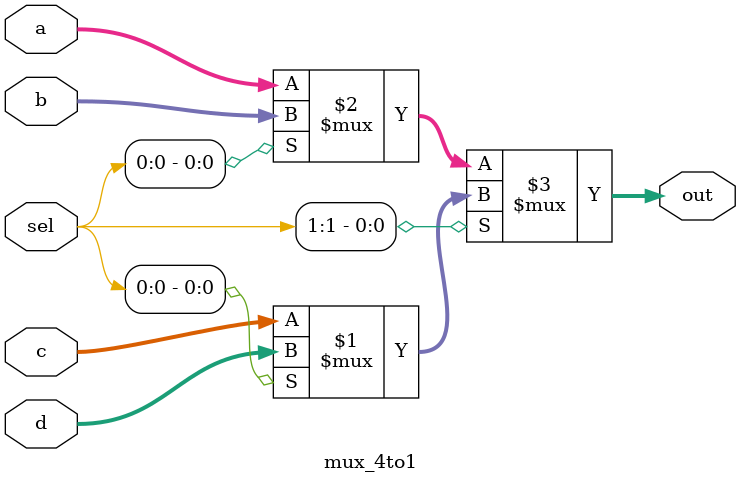
<source format=v>
module mux_4to1 ( input [3:0] a,      // 4-bit input called a
                  input [3:0] b,      // 4-bit input called b
                  input [3:0] c,      // 4-bit input called c
                  input [3:0] d,      // 4-bit input called d
                  input [1:0] sel,    // input sel used to select between a,b,c,d
                  output [3:0] out);  // 4-bit output based on input sel

   // When sel[1] is 0, (sel[0]? b:a) is selected and when sel[1] is 1, (sel[0] ? d:c) is taken
   // When sel[0] is 0, a is sent to output, else b and when sel[0] is 0, c is sent to output, else d
   assign out = sel[1] ? (sel[0] ? d : c) : (sel[0] ? b : a);

endmodule
</source>
